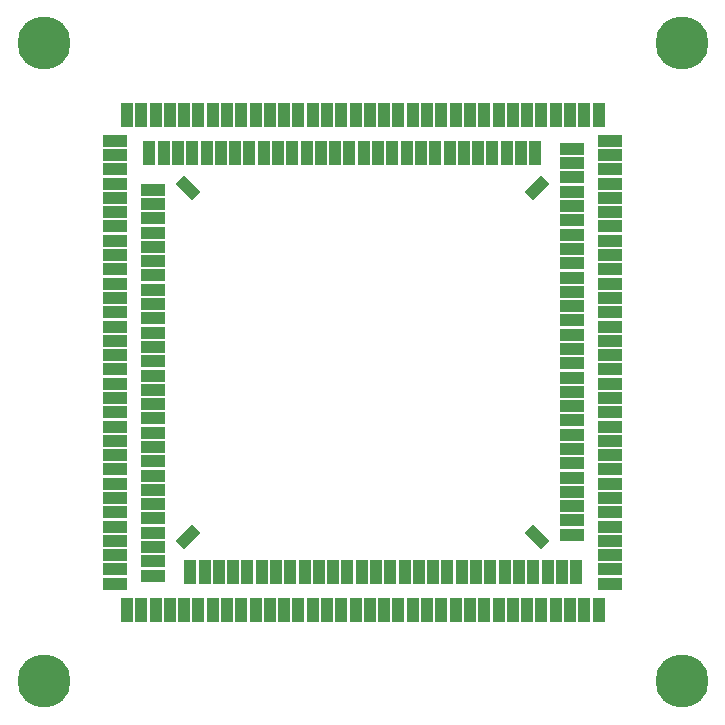
<source format=gbr>
%TF.GenerationSoftware,KiCad,Pcbnew,6.0.11-2627ca5db0~126~ubuntu22.04.1*%
%TF.CreationDate,2024-01-17T01:21:31-06:00*%
%TF.ProjectId,mea_breakout,6d65615f-6272-4656-916b-6f75742e6b69,1*%
%TF.SameCoordinates,Original*%
%TF.FileFunction,Copper,L2,Bot*%
%TF.FilePolarity,Positive*%
%FSLAX46Y46*%
G04 Gerber Fmt 4.6, Leading zero omitted, Abs format (unit mm)*
G04 Created by KiCad (PCBNEW 6.0.11-2627ca5db0~126~ubuntu22.04.1) date 2024-01-17 01:21:31*
%MOMM*%
%LPD*%
G01*
G04 APERTURE LIST*
G04 Aperture macros list*
%AMRotRect*
0 Rectangle, with rotation*
0 The origin of the aperture is its center*
0 $1 length*
0 $2 width*
0 $3 Rotation angle, in degrees counterclockwise*
0 Add horizontal line*
21,1,$1,$2,0,0,$3*%
G04 Aperture macros list end*
%TA.AperFunction,ComponentPad*%
%ADD10C,4.500000*%
%TD*%
%TA.AperFunction,SMDPad,CuDef*%
%ADD11R,1.000000X2.000000*%
%TD*%
%TA.AperFunction,SMDPad,CuDef*%
%ADD12R,2.000000X1.000000*%
%TD*%
%TA.AperFunction,SMDPad,CuDef*%
%ADD13RotRect,2.000000X1.000000X225.000000*%
%TD*%
%TA.AperFunction,SMDPad,CuDef*%
%ADD14RotRect,2.000000X1.000000X45.000000*%
%TD*%
%TA.AperFunction,SMDPad,CuDef*%
%ADD15RotRect,2.000000X1.000000X135.000000*%
%TD*%
%TA.AperFunction,SMDPad,CuDef*%
%ADD16RotRect,2.000000X1.000000X315.000000*%
%TD*%
%TA.AperFunction,ViaPad*%
%ADD17C,0.800000*%
%TD*%
G04 APERTURE END LIST*
D10*
%TO.P,H4,1*%
%TO.N,N/C*%
X95640000Y-67590000D03*
%TD*%
%TO.P,H3,1*%
%TO.N,N/C*%
X41640000Y-67590000D03*
%TD*%
%TO.P,H2,1*%
%TO.N,N/C*%
X95640000Y-13590000D03*
%TD*%
%TO.P,H1,1*%
%TO.N,N/C*%
X41640000Y-13590000D03*
%TD*%
D11*
%TO.P,J190,1*%
%TO.N,N/C*%
X83244999Y-22835000D03*
%TD*%
D12*
%TO.P,J248,1*%
%TO.N,N/C*%
X50885000Y-58654999D03*
%TD*%
D11*
%TO.P,J150,1*%
%TO.N,N/C*%
X67344999Y-58345000D03*
%TD*%
%TO.P,J34,1*%
%TO.N,N/C*%
X88605000Y-61555000D03*
%TD*%
D12*
%TO.P,J212,1*%
%TO.N,N/C*%
X86395000Y-30994999D03*
%TD*%
%TO.P,J200,1*%
%TO.N,N/C*%
X86395000Y-45514999D03*
%TD*%
%TO.P,J224,1*%
%TO.N,N/C*%
X50885000Y-29615000D03*
%TD*%
%TO.P,J131,1*%
%TO.N,N/C*%
X89605000Y-58135000D03*
%TD*%
D11*
%TO.P,J45,1*%
%TO.N,N/C*%
X76505000Y-19625000D03*
%TD*%
D12*
%TO.P,J233,1*%
%TO.N,N/C*%
X50885000Y-40505000D03*
%TD*%
D11*
%TO.P,J178,1*%
%TO.N,N/C*%
X68725000Y-22835000D03*
%TD*%
%TO.P,J136,1*%
%TO.N,N/C*%
X84284999Y-58345000D03*
%TD*%
%TO.P,J185,1*%
%TO.N,N/C*%
X77195000Y-22835000D03*
%TD*%
D12*
%TO.P,J221,1*%
%TO.N,N/C*%
X50885000Y-25985000D03*
%TD*%
%TO.P,J226,1*%
%TO.N,N/C*%
X50885000Y-32035000D03*
%TD*%
%TO.P,J246,1*%
%TO.N,N/C*%
X50885000Y-56235000D03*
%TD*%
D11*
%TO.P,J175,1*%
%TO.N,N/C*%
X65095000Y-22835000D03*
%TD*%
%TO.P,J57,1*%
%TO.N,N/C*%
X61985001Y-19625000D03*
%TD*%
D12*
%TO.P,J232,1*%
%TO.N,N/C*%
X50885000Y-39295000D03*
%TD*%
%TO.P,J235,1*%
%TO.N,N/C*%
X50885000Y-42925000D03*
%TD*%
%TO.P,J242,1*%
%TO.N,N/C*%
X50885000Y-51394999D03*
%TD*%
D11*
%TO.P,J170,1*%
%TO.N,N/C*%
X59045000Y-22835000D03*
%TD*%
%TO.P,J67,1*%
%TO.N,N/C*%
X49885000Y-19625000D03*
%TD*%
%TO.P,J68,1*%
%TO.N,N/C*%
X48675000Y-19625000D03*
%TD*%
%TO.P,J4,1*%
%TO.N,N/C*%
X52305000Y-61555000D03*
%TD*%
%TO.P,J18,1*%
%TO.N,N/C*%
X69245000Y-61555000D03*
%TD*%
%TO.P,J172,1*%
%TO.N,N/C*%
X61465000Y-22835000D03*
%TD*%
%TO.P,J31,1*%
%TO.N,N/C*%
X84975000Y-61555000D03*
%TD*%
D12*
%TO.P,J96,1*%
%TO.N,N/C*%
X47675000Y-26675000D03*
%TD*%
%TO.P,J92,1*%
%TO.N,N/C*%
X47675000Y-31515000D03*
%TD*%
%TO.P,J130,1*%
%TO.N,N/C*%
X89605000Y-56925000D03*
%TD*%
D11*
%TO.P,J135,1*%
%TO.N,N/C*%
X85494999Y-58345000D03*
%TD*%
%TO.P,J23,1*%
%TO.N,N/C*%
X75294999Y-61555000D03*
%TD*%
D12*
%TO.P,J213,1*%
%TO.N,N/C*%
X86395000Y-29785000D03*
%TD*%
%TO.P,J205,1*%
%TO.N,N/C*%
X86395000Y-39465000D03*
%TD*%
%TO.P,J240,1*%
%TO.N,N/C*%
X50885000Y-48975000D03*
%TD*%
D11*
%TO.P,J138,1*%
%TO.N,N/C*%
X81864999Y-58345000D03*
%TD*%
%TO.P,J145,1*%
%TO.N,N/C*%
X73394999Y-58345000D03*
%TD*%
D12*
%TO.P,J81,1*%
%TO.N,N/C*%
X47675000Y-44825000D03*
%TD*%
D13*
%TO.P,J251,1*%
%TO.N,N/C*%
X53877893Y-55352107D03*
%TD*%
D11*
%TO.P,J153,1*%
%TO.N,N/C*%
X63714999Y-58345000D03*
%TD*%
D12*
%TO.P,J75,1*%
%TO.N,N/C*%
X47675000Y-52085000D03*
%TD*%
D11*
%TO.P,J148,1*%
%TO.N,N/C*%
X69764999Y-58345000D03*
%TD*%
D12*
%TO.P,J204,1*%
%TO.N,N/C*%
X86395000Y-40674999D03*
%TD*%
%TO.P,J209,1*%
%TO.N,N/C*%
X86395000Y-34624999D03*
%TD*%
%TO.P,J83,1*%
%TO.N,N/C*%
X47675000Y-42405001D03*
%TD*%
%TO.P,J206,1*%
%TO.N,N/C*%
X86395000Y-38254999D03*
%TD*%
D11*
%TO.P,J58,1*%
%TO.N,N/C*%
X60775000Y-19625000D03*
%TD*%
%TO.P,J173,1*%
%TO.N,N/C*%
X62674999Y-22835000D03*
%TD*%
D12*
%TO.P,J203,1*%
%TO.N,N/C*%
X86395000Y-41884999D03*
%TD*%
D11*
%TO.P,J143,1*%
%TO.N,N/C*%
X75814999Y-58345000D03*
%TD*%
%TO.P,J10,1*%
%TO.N,N/C*%
X59565000Y-61555000D03*
%TD*%
%TO.P,J163,1*%
%TO.N,N/C*%
X50575000Y-22835000D03*
%TD*%
%TO.P,J17,1*%
%TO.N,N/C*%
X68035000Y-61555000D03*
%TD*%
D12*
%TO.P,J245,1*%
%TO.N,N/C*%
X50885000Y-55025000D03*
%TD*%
%TO.P,J111,1*%
%TO.N,N/C*%
X89605000Y-33935000D03*
%TD*%
%TO.P,J82,1*%
%TO.N,N/C*%
X47675000Y-43615000D03*
%TD*%
D11*
%TO.P,J63,1*%
%TO.N,N/C*%
X54725001Y-19625000D03*
%TD*%
D12*
%TO.P,J100,1*%
%TO.N,N/C*%
X47675000Y-21835000D03*
%TD*%
D11*
%TO.P,J19,1*%
%TO.N,N/C*%
X70455000Y-61555000D03*
%TD*%
%TO.P,J22,1*%
%TO.N,N/C*%
X74085000Y-61555000D03*
%TD*%
D12*
%TO.P,J201,1*%
%TO.N,N/C*%
X86395000Y-44304999D03*
%TD*%
D11*
%TO.P,J179,1*%
%TO.N,N/C*%
X69935000Y-22835000D03*
%TD*%
D12*
%TO.P,J105,1*%
%TO.N,N/C*%
X89605000Y-26675000D03*
%TD*%
%TO.P,J103,1*%
%TO.N,N/C*%
X89605000Y-24255000D03*
%TD*%
%TO.P,J202,1*%
%TO.N,N/C*%
X86395000Y-43095000D03*
%TD*%
D11*
%TO.P,J33,1*%
%TO.N,N/C*%
X87395000Y-61555000D03*
%TD*%
D12*
%TO.P,J80,1*%
%TO.N,N/C*%
X47675000Y-46035001D03*
%TD*%
D11*
%TO.P,J59,1*%
%TO.N,N/C*%
X59565000Y-19625000D03*
%TD*%
%TO.P,J55,1*%
%TO.N,N/C*%
X64405000Y-19625000D03*
%TD*%
D12*
%TO.P,J97,1*%
%TO.N,N/C*%
X47675000Y-25465001D03*
%TD*%
%TO.P,J120,1*%
%TO.N,N/C*%
X89605000Y-44825000D03*
%TD*%
%TO.P,J199,1*%
%TO.N,N/C*%
X86395000Y-46724999D03*
%TD*%
%TO.P,J198,1*%
%TO.N,N/C*%
X86395000Y-47935000D03*
%TD*%
D11*
%TO.P,J156,1*%
%TO.N,N/C*%
X60084999Y-58345000D03*
%TD*%
D12*
%TO.P,J207,1*%
%TO.N,N/C*%
X86395000Y-37044999D03*
%TD*%
D11*
%TO.P,J152,1*%
%TO.N,N/C*%
X64924999Y-58345000D03*
%TD*%
%TO.P,J61,1*%
%TO.N,N/C*%
X57145000Y-19625000D03*
%TD*%
D12*
%TO.P,J117,1*%
%TO.N,N/C*%
X89605000Y-41195000D03*
%TD*%
D11*
%TO.P,J25,1*%
%TO.N,N/C*%
X77715000Y-61555000D03*
%TD*%
%TO.P,J182,1*%
%TO.N,N/C*%
X73565000Y-22835000D03*
%TD*%
%TO.P,J32,1*%
%TO.N,N/C*%
X86185000Y-61555000D03*
%TD*%
D12*
%TO.P,J78,1*%
%TO.N,N/C*%
X47675000Y-48455000D03*
%TD*%
%TO.P,J110,1*%
%TO.N,N/C*%
X89605000Y-32725000D03*
%TD*%
D11*
%TO.P,J140,1*%
%TO.N,N/C*%
X79445000Y-58345000D03*
%TD*%
%TO.P,J2,1*%
%TO.N,N/C*%
X49885000Y-61555000D03*
%TD*%
%TO.P,J6,1*%
%TO.N,N/C*%
X54725000Y-61555000D03*
%TD*%
D12*
%TO.P,J77,1*%
%TO.N,N/C*%
X47675000Y-49665000D03*
%TD*%
D11*
%TO.P,J44,1*%
%TO.N,N/C*%
X77715000Y-19625000D03*
%TD*%
%TO.P,J8,1*%
%TO.N,N/C*%
X57144999Y-61555000D03*
%TD*%
%TO.P,J160,1*%
%TO.N,N/C*%
X55244999Y-58345000D03*
%TD*%
D12*
%TO.P,J229,1*%
%TO.N,N/C*%
X50885000Y-35665000D03*
%TD*%
D11*
%TO.P,J159,1*%
%TO.N,N/C*%
X56454999Y-58345000D03*
%TD*%
D12*
%TO.P,J215,1*%
%TO.N,N/C*%
X86395000Y-27364999D03*
%TD*%
D11*
%TO.P,J30,1*%
%TO.N,N/C*%
X83765000Y-61555000D03*
%TD*%
D12*
%TO.P,J101,1*%
%TO.N,N/C*%
X89605000Y-21835000D03*
%TD*%
%TO.P,J127,1*%
%TO.N,N/C*%
X89605000Y-53295000D03*
%TD*%
D11*
%TO.P,J29,1*%
%TO.N,N/C*%
X82554999Y-61555000D03*
%TD*%
%TO.P,J62,1*%
%TO.N,N/C*%
X55935000Y-19625000D03*
%TD*%
D12*
%TO.P,J194,1*%
%TO.N,N/C*%
X86395000Y-52774999D03*
%TD*%
D11*
%TO.P,J54,1*%
%TO.N,N/C*%
X65615000Y-19625000D03*
%TD*%
%TO.P,J50,1*%
%TO.N,N/C*%
X70455000Y-19625000D03*
%TD*%
D14*
%TO.P,J250,1*%
%TO.N,N/C*%
X83402106Y-25827893D03*
%TD*%
D11*
%TO.P,J157,1*%
%TO.N,N/C*%
X58874999Y-58345000D03*
%TD*%
%TO.P,J167,1*%
%TO.N,N/C*%
X55415000Y-22835000D03*
%TD*%
D12*
%TO.P,J91,1*%
%TO.N,N/C*%
X47675000Y-32725001D03*
%TD*%
D11*
%TO.P,J181,1*%
%TO.N,N/C*%
X72355000Y-22835000D03*
%TD*%
%TO.P,J184,1*%
%TO.N,N/C*%
X75984999Y-22835000D03*
%TD*%
%TO.P,J183,1*%
%TO.N,N/C*%
X74775000Y-22835000D03*
%TD*%
%TO.P,J134,1*%
%TO.N,N/C*%
X86704999Y-58345000D03*
%TD*%
%TO.P,J142,1*%
%TO.N,N/C*%
X77024999Y-58345000D03*
%TD*%
%TO.P,J174,1*%
%TO.N,N/C*%
X63885000Y-22835000D03*
%TD*%
D12*
%TO.P,J76,1*%
%TO.N,N/C*%
X47675000Y-50875001D03*
%TD*%
%TO.P,J196,1*%
%TO.N,N/C*%
X86395000Y-50354999D03*
%TD*%
%TO.P,J116,1*%
%TO.N,N/C*%
X89605000Y-39985000D03*
%TD*%
D11*
%TO.P,J164,1*%
%TO.N,N/C*%
X51785000Y-22835000D03*
%TD*%
D15*
%TO.P,J249,1*%
%TO.N,N/C*%
X53877893Y-25827893D03*
%TD*%
D11*
%TO.P,J137,1*%
%TO.N,N/C*%
X83074999Y-58345000D03*
%TD*%
%TO.P,J189,1*%
%TO.N,N/C*%
X82035000Y-22835000D03*
%TD*%
D12*
%TO.P,J124,1*%
%TO.N,N/C*%
X89605000Y-49665000D03*
%TD*%
D11*
%TO.P,J169,1*%
%TO.N,N/C*%
X57834999Y-22835000D03*
%TD*%
D12*
%TO.P,J99,1*%
%TO.N,N/C*%
X47675000Y-23045000D03*
%TD*%
%TO.P,J86,1*%
%TO.N,N/C*%
X47675000Y-38775000D03*
%TD*%
D11*
%TO.P,J46,1*%
%TO.N,N/C*%
X75295001Y-19625000D03*
%TD*%
%TO.P,J39,1*%
%TO.N,N/C*%
X83765000Y-19625000D03*
%TD*%
D12*
%TO.P,J79,1*%
%TO.N,N/C*%
X47675000Y-47245000D03*
%TD*%
D11*
%TO.P,J48,1*%
%TO.N,N/C*%
X72875000Y-19625000D03*
%TD*%
D12*
%TO.P,J114,1*%
%TO.N,N/C*%
X89605000Y-37565000D03*
%TD*%
%TO.P,J109,1*%
%TO.N,N/C*%
X89605000Y-31515000D03*
%TD*%
D11*
%TO.P,J35,1*%
%TO.N,N/C*%
X88605000Y-19625000D03*
%TD*%
D12*
%TO.P,J89,1*%
%TO.N,N/C*%
X47675000Y-35145000D03*
%TD*%
%TO.P,J236,1*%
%TO.N,N/C*%
X50885000Y-44135000D03*
%TD*%
%TO.P,J119,1*%
%TO.N,N/C*%
X89605000Y-43615000D03*
%TD*%
%TO.P,J193,1*%
%TO.N,N/C*%
X86395000Y-53984999D03*
%TD*%
%TO.P,J104,1*%
%TO.N,N/C*%
X89605000Y-25465000D03*
%TD*%
D11*
%TO.P,J12,1*%
%TO.N,N/C*%
X61984999Y-61555000D03*
%TD*%
%TO.P,J165,1*%
%TO.N,N/C*%
X52995000Y-22835000D03*
%TD*%
%TO.P,J49,1*%
%TO.N,N/C*%
X71665001Y-19625000D03*
%TD*%
%TO.P,J171,1*%
%TO.N,N/C*%
X60255000Y-22835000D03*
%TD*%
%TO.P,J7,1*%
%TO.N,N/C*%
X55935000Y-61555000D03*
%TD*%
D12*
%TO.P,J87,1*%
%TO.N,N/C*%
X47675000Y-37565000D03*
%TD*%
%TO.P,J71,1*%
%TO.N,N/C*%
X47675000Y-56925000D03*
%TD*%
%TO.P,J115,1*%
%TO.N,N/C*%
X89605000Y-38774999D03*
%TD*%
D11*
%TO.P,J13,1*%
%TO.N,N/C*%
X63195000Y-61555000D03*
%TD*%
%TO.P,J188,1*%
%TO.N,N/C*%
X80825000Y-22835000D03*
%TD*%
%TO.P,J65,1*%
%TO.N,N/C*%
X52305000Y-19625000D03*
%TD*%
D12*
%TO.P,J217,1*%
%TO.N,N/C*%
X86395000Y-24944999D03*
%TD*%
%TO.P,J239,1*%
%TO.N,N/C*%
X50885000Y-47765000D03*
%TD*%
%TO.P,J210,1*%
%TO.N,N/C*%
X86395000Y-33414999D03*
%TD*%
D11*
%TO.P,J56,1*%
%TO.N,N/C*%
X63195000Y-19625000D03*
%TD*%
D12*
%TO.P,J95,1*%
%TO.N,N/C*%
X47675000Y-27885000D03*
%TD*%
%TO.P,J216,1*%
%TO.N,N/C*%
X86395000Y-26154999D03*
%TD*%
%TO.P,J122,1*%
%TO.N,N/C*%
X89605000Y-47245000D03*
%TD*%
D11*
%TO.P,J40,1*%
%TO.N,N/C*%
X82555000Y-19625000D03*
%TD*%
%TO.P,J176,1*%
%TO.N,N/C*%
X66304999Y-22835000D03*
%TD*%
D12*
%TO.P,J85,1*%
%TO.N,N/C*%
X47675000Y-39985000D03*
%TD*%
D11*
%TO.P,J47,1*%
%TO.N,N/C*%
X74085000Y-19625000D03*
%TD*%
D12*
%TO.P,J222,1*%
%TO.N,N/C*%
X50885000Y-27195000D03*
%TD*%
D11*
%TO.P,J64,1*%
%TO.N,N/C*%
X53515000Y-19625000D03*
%TD*%
%TO.P,J11,1*%
%TO.N,N/C*%
X60775000Y-61555000D03*
%TD*%
D12*
%TO.P,J84,1*%
%TO.N,N/C*%
X47675000Y-41195000D03*
%TD*%
D11*
%TO.P,J66,1*%
%TO.N,N/C*%
X51095000Y-19625000D03*
%TD*%
D12*
%TO.P,J227,1*%
%TO.N,N/C*%
X50885000Y-33244999D03*
%TD*%
%TO.P,J225,1*%
%TO.N,N/C*%
X50885000Y-30825000D03*
%TD*%
D11*
%TO.P,J24,1*%
%TO.N,N/C*%
X76505000Y-61555000D03*
%TD*%
%TO.P,J37,1*%
%TO.N,N/C*%
X86185000Y-19625000D03*
%TD*%
D12*
%TO.P,J113,1*%
%TO.N,N/C*%
X89605000Y-36355000D03*
%TD*%
D11*
%TO.P,J147,1*%
%TO.N,N/C*%
X70975000Y-58345000D03*
%TD*%
%TO.P,J5,1*%
%TO.N,N/C*%
X53515000Y-61555000D03*
%TD*%
D12*
%TO.P,J69,1*%
%TO.N,N/C*%
X47675000Y-59345000D03*
%TD*%
D11*
%TO.P,J38,1*%
%TO.N,N/C*%
X84975000Y-19625000D03*
%TD*%
D12*
%TO.P,J98,1*%
%TO.N,N/C*%
X47675000Y-24255000D03*
%TD*%
D11*
%TO.P,J139,1*%
%TO.N,N/C*%
X80654999Y-58345000D03*
%TD*%
D12*
%TO.P,J123,1*%
%TO.N,N/C*%
X89605000Y-48454999D03*
%TD*%
D11*
%TO.P,J168,1*%
%TO.N,N/C*%
X56625000Y-22835000D03*
%TD*%
%TO.P,J186,1*%
%TO.N,N/C*%
X78405000Y-22835000D03*
%TD*%
D12*
%TO.P,J228,1*%
%TO.N,N/C*%
X50885000Y-34455000D03*
%TD*%
D11*
%TO.P,J177,1*%
%TO.N,N/C*%
X67515000Y-22835000D03*
%TD*%
%TO.P,J20,1*%
%TO.N,N/C*%
X71665000Y-61555000D03*
%TD*%
%TO.P,J9,1*%
%TO.N,N/C*%
X58355000Y-61555000D03*
%TD*%
%TO.P,J154,1*%
%TO.N,N/C*%
X62504999Y-58345000D03*
%TD*%
%TO.P,J1,1*%
%TO.N,N/C*%
X48675000Y-61555000D03*
%TD*%
D12*
%TO.P,J231,1*%
%TO.N,N/C*%
X50885000Y-38084999D03*
%TD*%
%TO.P,J107,1*%
%TO.N,N/C*%
X89605000Y-29095000D03*
%TD*%
D11*
%TO.P,J146,1*%
%TO.N,N/C*%
X72184999Y-58345000D03*
%TD*%
%TO.P,J53,1*%
%TO.N,N/C*%
X66825000Y-19625000D03*
%TD*%
D12*
%TO.P,J197,1*%
%TO.N,N/C*%
X86395000Y-49144999D03*
%TD*%
D11*
%TO.P,J41,1*%
%TO.N,N/C*%
X81345000Y-19625000D03*
%TD*%
D12*
%TO.P,J128,1*%
%TO.N,N/C*%
X89605000Y-54505000D03*
%TD*%
%TO.P,J243,1*%
%TO.N,N/C*%
X50885000Y-52605000D03*
%TD*%
%TO.P,J238,1*%
%TO.N,N/C*%
X50885000Y-46555000D03*
%TD*%
D11*
%TO.P,J144,1*%
%TO.N,N/C*%
X74605000Y-58345000D03*
%TD*%
D12*
%TO.P,J241,1*%
%TO.N,N/C*%
X50885000Y-50185000D03*
%TD*%
D11*
%TO.P,J16,1*%
%TO.N,N/C*%
X66825000Y-61555000D03*
%TD*%
%TO.P,J158,1*%
%TO.N,N/C*%
X57664999Y-58345000D03*
%TD*%
%TO.P,J141,1*%
%TO.N,N/C*%
X78234999Y-58345000D03*
%TD*%
D12*
%TO.P,J94,1*%
%TO.N,N/C*%
X47675000Y-29095000D03*
%TD*%
%TO.P,J125,1*%
%TO.N,N/C*%
X89605000Y-50875000D03*
%TD*%
%TO.P,J219,1*%
%TO.N,N/C*%
X86395000Y-22525000D03*
%TD*%
%TO.P,J88,1*%
%TO.N,N/C*%
X47675000Y-36355000D03*
%TD*%
%TO.P,J73,1*%
%TO.N,N/C*%
X47675000Y-54505000D03*
%TD*%
%TO.P,J192,1*%
%TO.N,N/C*%
X86395000Y-55194999D03*
%TD*%
%TO.P,J230,1*%
%TO.N,N/C*%
X50885000Y-36875000D03*
%TD*%
%TO.P,J214,1*%
%TO.N,N/C*%
X86395000Y-28574999D03*
%TD*%
%TO.P,J112,1*%
%TO.N,N/C*%
X89605000Y-35144999D03*
%TD*%
%TO.P,J118,1*%
%TO.N,N/C*%
X89605000Y-42405000D03*
%TD*%
D11*
%TO.P,J28,1*%
%TO.N,N/C*%
X81345000Y-61555000D03*
%TD*%
D12*
%TO.P,J234,1*%
%TO.N,N/C*%
X50885000Y-41714999D03*
%TD*%
%TO.P,J121,1*%
%TO.N,N/C*%
X89605000Y-46035000D03*
%TD*%
%TO.P,J72,1*%
%TO.N,N/C*%
X47675000Y-55715000D03*
%TD*%
D11*
%TO.P,J15,1*%
%TO.N,N/C*%
X65614999Y-61555000D03*
%TD*%
%TO.P,J27,1*%
%TO.N,N/C*%
X80135000Y-61555000D03*
%TD*%
D12*
%TO.P,J70,1*%
%TO.N,N/C*%
X47675000Y-58135000D03*
%TD*%
D11*
%TO.P,J187,1*%
%TO.N,N/C*%
X79615000Y-22835000D03*
%TD*%
D12*
%TO.P,J244,1*%
%TO.N,N/C*%
X50885000Y-53815000D03*
%TD*%
%TO.P,J208,1*%
%TO.N,N/C*%
X86395000Y-35834999D03*
%TD*%
%TO.P,J106,1*%
%TO.N,N/C*%
X89605000Y-27885000D03*
%TD*%
D11*
%TO.P,J60,1*%
%TO.N,N/C*%
X58355000Y-19625000D03*
%TD*%
%TO.P,J180,1*%
%TO.N,N/C*%
X71145000Y-22835000D03*
%TD*%
D16*
%TO.P,J252,1*%
%TO.N,N/C*%
X83402106Y-55352107D03*
%TD*%
D11*
%TO.P,J42,1*%
%TO.N,N/C*%
X80135001Y-19625000D03*
%TD*%
%TO.P,J36,1*%
%TO.N,N/C*%
X87395000Y-19625000D03*
%TD*%
%TO.P,J3,1*%
%TO.N,N/C*%
X51095000Y-61555000D03*
%TD*%
D12*
%TO.P,J74,1*%
%TO.N,N/C*%
X47675000Y-53295000D03*
%TD*%
%TO.P,J223,1*%
%TO.N,N/C*%
X50885000Y-28405000D03*
%TD*%
%TO.P,J218,1*%
%TO.N,N/C*%
X86395000Y-23734999D03*
%TD*%
D11*
%TO.P,J14,1*%
%TO.N,N/C*%
X64405000Y-61555000D03*
%TD*%
D12*
%TO.P,J90,1*%
%TO.N,N/C*%
X47675000Y-33935000D03*
%TD*%
D11*
%TO.P,J52,1*%
%TO.N,N/C*%
X68035000Y-19625000D03*
%TD*%
D12*
%TO.P,J195,1*%
%TO.N,N/C*%
X86395000Y-51564999D03*
%TD*%
%TO.P,J102,1*%
%TO.N,N/C*%
X89605000Y-23045000D03*
%TD*%
%TO.P,J126,1*%
%TO.N,N/C*%
X89605000Y-52085000D03*
%TD*%
%TO.P,J93,1*%
%TO.N,N/C*%
X47675000Y-30305000D03*
%TD*%
D11*
%TO.P,J51,1*%
%TO.N,N/C*%
X69245000Y-19625000D03*
%TD*%
%TO.P,J26,1*%
%TO.N,N/C*%
X78925000Y-61555000D03*
%TD*%
%TO.P,J166,1*%
%TO.N,N/C*%
X54205000Y-22835000D03*
%TD*%
%TO.P,J43,1*%
%TO.N,N/C*%
X78925000Y-19625000D03*
%TD*%
D12*
%TO.P,J247,1*%
%TO.N,N/C*%
X50885000Y-57445000D03*
%TD*%
%TO.P,J129,1*%
%TO.N,N/C*%
X89605000Y-55714999D03*
%TD*%
%TO.P,J237,1*%
%TO.N,N/C*%
X50885000Y-45345000D03*
%TD*%
%TO.P,J211,1*%
%TO.N,N/C*%
X86395000Y-32204999D03*
%TD*%
D11*
%TO.P,J161,1*%
%TO.N,N/C*%
X54035000Y-58345000D03*
%TD*%
%TO.P,J155,1*%
%TO.N,N/C*%
X61295000Y-58345000D03*
%TD*%
%TO.P,J151,1*%
%TO.N,N/C*%
X66134999Y-58345000D03*
%TD*%
%TO.P,J149,1*%
%TO.N,N/C*%
X68554999Y-58345000D03*
%TD*%
D12*
%TO.P,J108,1*%
%TO.N,N/C*%
X89605000Y-30304999D03*
%TD*%
%TO.P,J132,1*%
%TO.N,N/C*%
X89605000Y-59345000D03*
%TD*%
D11*
%TO.P,J21,1*%
%TO.N,N/C*%
X72875000Y-61555000D03*
%TD*%
D17*
%TO.N,*%
X89635000Y-48455000D03*
X77715000Y-19595000D03*
X47645000Y-59345000D03*
X55415000Y-22865000D03*
X69935000Y-22865000D03*
X62505000Y-58315000D03*
X50915000Y-55025000D03*
X84285000Y-58315000D03*
X71665000Y-19595000D03*
X86365000Y-22525000D03*
X50915000Y-53815000D03*
X64405000Y-61585000D03*
X47645000Y-48455000D03*
X47645000Y-58135000D03*
X50915000Y-42925000D03*
X75985000Y-22865000D03*
X82555000Y-61585000D03*
X86365000Y-45515000D03*
X57835000Y-22865000D03*
X67515000Y-22865000D03*
X86185000Y-61585000D03*
X89635000Y-23045000D03*
X55935000Y-19595000D03*
X89635000Y-47245000D03*
X56455000Y-58315000D03*
X72355000Y-22865000D03*
X50915000Y-41715000D03*
X47645000Y-29095000D03*
X70975000Y-58315000D03*
X54725000Y-19595000D03*
X54725000Y-61585000D03*
X86365000Y-46725000D03*
X63195000Y-61585000D03*
X89635000Y-35145000D03*
X83765000Y-19595000D03*
X55245000Y-58315000D03*
X53515000Y-19595000D03*
X75815000Y-58315000D03*
X80825000Y-22865000D03*
X82035000Y-22865000D03*
X83075000Y-58315000D03*
X50915000Y-30825000D03*
X88605000Y-61585000D03*
X86185000Y-19595000D03*
X83765000Y-61585000D03*
X89635000Y-59345000D03*
X70455000Y-61585000D03*
X89635000Y-32725000D03*
X47645000Y-38775000D03*
X83245000Y-22865000D03*
X47645000Y-52085000D03*
X89635000Y-44825000D03*
X84975000Y-61585000D03*
X60255000Y-22865000D03*
X86365000Y-38255000D03*
X75295000Y-61585000D03*
X69245000Y-61585000D03*
X66305000Y-22865000D03*
X89635000Y-27885000D03*
X89635000Y-21835000D03*
X77025000Y-58315000D03*
X63715000Y-58315000D03*
X89635000Y-37565000D03*
X80135000Y-19595000D03*
X47645000Y-56925000D03*
X60085000Y-58315000D03*
X72875000Y-19595000D03*
X61985000Y-19595000D03*
X47645000Y-32725000D03*
X86365000Y-53985000D03*
X73565000Y-22865000D03*
X52305000Y-19595000D03*
X56625000Y-22865000D03*
X47645000Y-53295000D03*
X87395000Y-19595000D03*
X50915000Y-50185000D03*
X81345000Y-61585000D03*
X89635000Y-24255000D03*
X71145000Y-22865000D03*
X89635000Y-42405000D03*
X47645000Y-21835000D03*
X47645000Y-26675000D03*
X66825000Y-19595000D03*
X78925000Y-19595000D03*
X86365000Y-39465000D03*
X86365000Y-27365000D03*
X50915000Y-48975000D03*
X86365000Y-51565000D03*
X65095000Y-22865000D03*
X73395000Y-58315000D03*
X50915000Y-28405000D03*
X50915000Y-58655000D03*
X68725000Y-22865000D03*
X47645000Y-50875000D03*
X65615000Y-19595000D03*
X50915000Y-51395000D03*
X57665000Y-58315000D03*
X64925000Y-58315000D03*
X47645000Y-46035000D03*
X47645000Y-33935000D03*
X86365000Y-49145000D03*
X59045000Y-22865000D03*
X86365000Y-35835000D03*
X50915000Y-27195000D03*
X84975000Y-19595000D03*
X47645000Y-49665000D03*
X50915000Y-33245000D03*
X52995000Y-22865000D03*
X80135000Y-61585000D03*
X89635000Y-25465000D03*
X89635000Y-53295000D03*
X86365000Y-43095000D03*
X76505000Y-61585000D03*
X86365000Y-30995000D03*
X54205000Y-22865000D03*
X47645000Y-31515000D03*
X50575000Y-22865000D03*
X89635000Y-58135000D03*
X63885000Y-22865000D03*
X89635000Y-50875000D03*
X55935000Y-61585000D03*
X59565000Y-61585000D03*
X50915000Y-40505000D03*
X79615000Y-22865000D03*
X75295000Y-19595000D03*
X87395000Y-61585000D03*
X78235000Y-58315000D03*
X86365000Y-23735000D03*
X66135000Y-58315000D03*
X63195000Y-19595000D03*
X80655000Y-58315000D03*
X89635000Y-54505000D03*
X50915000Y-52605000D03*
X86365000Y-29785000D03*
X53877893Y-55352107D03*
X57145000Y-19595000D03*
X47645000Y-24255000D03*
X72875000Y-61585000D03*
X50915000Y-45345000D03*
X88605000Y-19595000D03*
X89635000Y-26675000D03*
X47645000Y-47245000D03*
X86365000Y-44305000D03*
X50915000Y-32035000D03*
X89635000Y-39985000D03*
X48675000Y-19595000D03*
X58355000Y-61585000D03*
X89635000Y-56925000D03*
X50915000Y-36875000D03*
X83325257Y-25904741D03*
X50915000Y-29615000D03*
X50915000Y-25985000D03*
X50915000Y-47765000D03*
X89635000Y-29095000D03*
X60775000Y-61585000D03*
X86365000Y-47935000D03*
X60775000Y-19595000D03*
X47645000Y-37565000D03*
X47645000Y-23045000D03*
X69245000Y-19595000D03*
X47645000Y-27885000D03*
X50915000Y-46555000D03*
X89635000Y-30305000D03*
X76505000Y-19595000D03*
X53515000Y-61585000D03*
X78405000Y-22865000D03*
X51095000Y-19595000D03*
X86365000Y-37045000D03*
X72185000Y-58315000D03*
X89635000Y-36355000D03*
X57145000Y-61585000D03*
X89635000Y-49665000D03*
X82555000Y-19595000D03*
X74085000Y-61585000D03*
X59565000Y-19595000D03*
X86365000Y-50355000D03*
X70455000Y-19595000D03*
X51785000Y-22865000D03*
X58355000Y-19595000D03*
X47645000Y-42405000D03*
X86365000Y-52775000D03*
X64405000Y-19595000D03*
X71665000Y-61585000D03*
X50915000Y-44135000D03*
X89635000Y-52085000D03*
X86365000Y-28575000D03*
X79445000Y-58315000D03*
X61985000Y-61585000D03*
X68035000Y-61585000D03*
X77195000Y-22865000D03*
X61295000Y-58315000D03*
X50915000Y-39295000D03*
X86365000Y-34625000D03*
X49885000Y-19595000D03*
X67345000Y-58315000D03*
X47645000Y-55715000D03*
X89635000Y-33935000D03*
X86365000Y-26155000D03*
X62675000Y-22865000D03*
X47645000Y-41195000D03*
X50915000Y-38085000D03*
X50915000Y-57445000D03*
X47645000Y-44825000D03*
X47645000Y-39985000D03*
X47645000Y-35145000D03*
X83402106Y-55352107D03*
X89635000Y-31515000D03*
X49885000Y-61585000D03*
X47645000Y-25465000D03*
X86365000Y-40675000D03*
X47645000Y-54505000D03*
X77715000Y-61585000D03*
X50915000Y-34455000D03*
X50915000Y-35665000D03*
X69765000Y-58315000D03*
X85495000Y-58315000D03*
X68555000Y-58315000D03*
X47645000Y-43615000D03*
X74775000Y-22865000D03*
X74605000Y-58315000D03*
X89635000Y-55715000D03*
X86365000Y-55195000D03*
X81345000Y-19595000D03*
X86365000Y-33415000D03*
X89635000Y-46035000D03*
X89635000Y-41195000D03*
X58875000Y-58315000D03*
X52305000Y-61585000D03*
X66825000Y-61585000D03*
X47645000Y-36355000D03*
X86365000Y-32205000D03*
X68035000Y-19595000D03*
X54035000Y-58315000D03*
X61465000Y-22865000D03*
X86365000Y-24945000D03*
X89635000Y-43615000D03*
X78925000Y-61585000D03*
X50915000Y-56235000D03*
X47645000Y-30305000D03*
X86365000Y-41885000D03*
X74085000Y-19595000D03*
X48675000Y-61585000D03*
X89635000Y-38775000D03*
X65615000Y-61585000D03*
X81865000Y-58315000D03*
X51095000Y-61585000D03*
X53877893Y-25827893D03*
X86705000Y-58315000D03*
%TD*%
M02*

</source>
